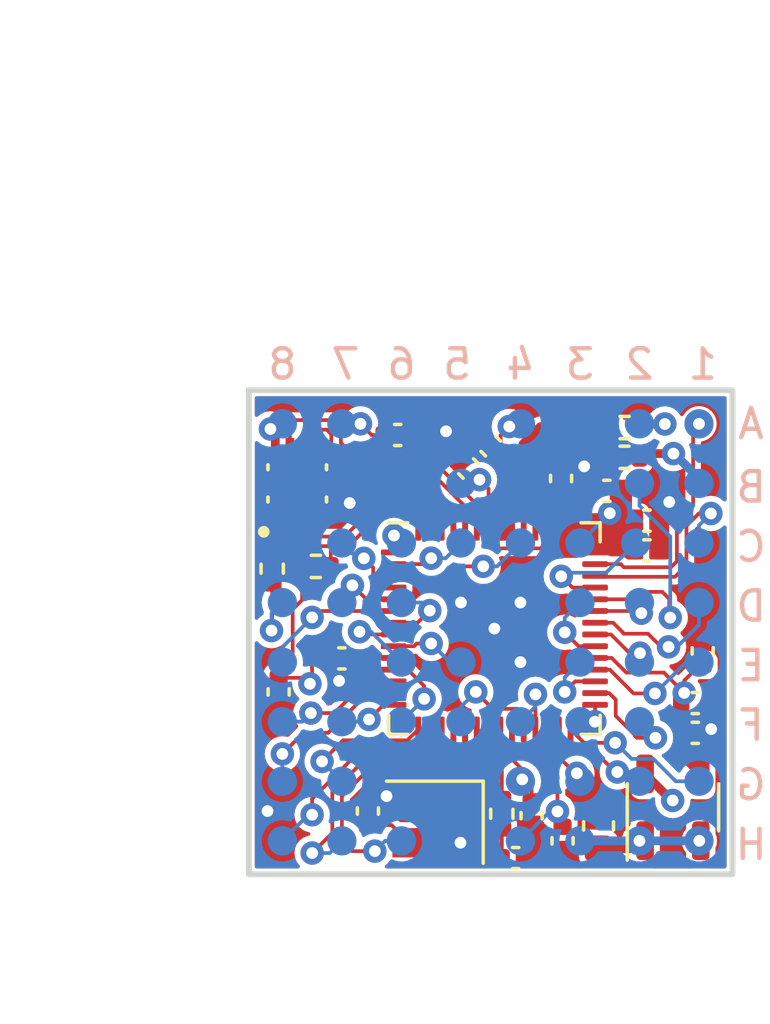
<source format=kicad_pcb>
(kicad_pcb (version 20211014) (generator pcbnew)
  (layers (0 "F.Cu" signal) (1 "In1.Cu" signal) (2 "In2.Cu" signal) (31 "B.Cu" signal) (34 "B.Paste" user) (35 "F.Paste" user) (36 "B.SilkS" user "B.Silkscreen") (37 "F.SilkS" user "F.Silkscreen") (38 "B.Mask" user) (39 "F.Mask" user) (44 "Edge.Cuts" user))
  (net 0 "")
  (net 1 "/XIN")
  (net 2 "GND")
  (net 3 "Net-(C2-Pad1)")
  (net 4 "/+5V")
  (net 5 "+3V3")
  (net 6 "+1V1")
  (net 7 "/~{USB_BOOT}")
  (net 8 "/RUN")
  (net 9 "/SWCLK")
  (net 10 "/SWD")
  (net 11 "/GPIO0")
  (net 12 "/GPIO1")
  (net 13 "/GPIO2")
  (net 14 "/GPIO3")
  (net 15 "/GPIO4")
  (net 16 "/GPIO5")
  (net 17 "/GPIO6")
  (net 18 "/GPIO7")
  (net 19 "/GPIO8")
  (net 20 "/GPIO9")
  (net 21 "/GPIO10")
  (net 22 "/GPIO11")
  (net 23 "/GPIO12")
  (net 24 "/GPIO13")
  (net 25 "/GPIO14")
  (net 26 "/GPIO15")
  (net 27 "/GPIO16")
  (net 28 "/GPIO17")
  (net 29 "/GPIO18")
  (net 30 "/GPIO19")
  (net 31 "/GPIO20")
  (net 32 "/GPIO21")
  (net 33 "/GPIO22")
  (net 34 "/GPIO23")
  (net 35 "/GPIO24")
  (net 36 "/GPIO25")
  (net 37 "/GPIO26_ADC0")
  (net 38 "/GPIO27_ADC1")
  (net 39 "/GPIO28_ADC2")
  (net 40 "/GPIO29_ADC3")
  (net 41 "/USB_D+")
  (net 42 "/USB_D-")
  (net 43 "/QSPI_SS")
  (net 44 "/XOUT")
  (net 45 "/QSPI_SD2")
  (net 46 "/QSPI_SD1")
  (net 47 "/QSPI_SD3")
  (net 48 "/QSPI_SCLK")
  (net 49 "/QSPI_SD0")
  (net 51 "Net-(C4-Pad1)")
  (net 52 "/D+")
  (net 53 "/D-")
  (footprint "Capacitor_SMD:C_0402_1005Metric" (layer "F.Cu") (at 84.328 61.214 135)
    (fp_text reference "C12" hide)
    (fp_text value "100n")
  )
  (footprint "Resistor_SMD:R_0402_1005Metric" (layer "F.Cu") (at 78.358999 65.315633)
    (fp_text reference "R2" hide)
    (fp_text value "DNF")
  )
  (footprint "Capacitor_SMD:C_0402_1005Metric" (layer "F.Cu") (at 77.089 69.596 -90)
    (fp_text reference "C13" hide)
    (fp_text value "100n")
  )
  (footprint "Resistor_SMD:R_0402_1005Metric" (layer "F.Cu") (at 76.869593 65.393468 -90)
    (fp_text reference "R1" hide)
    (fp_text value "1k")
  )
  (footprint "Capacitor_SMD:C_0402_1005Metric" (layer "F.Cu") (at 88.293 62.738 180)
    (fp_text reference "C11" hide)
    (fp_text value "1u")
  )
  (footprint "Capacitor_SMD:C_0402_1005Metric" (layer "F.Cu") (at 86.731618 62.316954 90)
    (fp_text reference "C9" hide)
    (fp_text value "1u")
  )
  (footprint "Package_TO_SOT_SMD:SOT-23-5" (layer "F.Cu") (at 90.551 73.533 90)
    (fp_text reference "U1" hide)
    (fp_text value "MIC5205-3.3YM5")
  )
  (footprint "Capacitor_SMD:C_0402_1005Metric" (layer "F.Cu") (at 89.662 63.754)
    (fp_text reference "C10" hide)
    (fp_text value "100n")
  )
  (footprint "Capacitor_SMD:C_0402_1005Metric" (layer "F.Cu") (at 91.567 68.199 90)
    (fp_text reference "C16" hide)
    (fp_text value "100n")
  )
  (footprint "Capacitor_SMD:C_0402_1005Metric" (layer "F.Cu") (at 85.725 73.815 -90)
    (fp_text reference "C15" hide)
    (fp_text value "100n")
  )
  (footprint "Capacitor_SMD:C_0402_1005Metric" (layer "F.Cu") (at 79.248 68.453 180)
    (fp_text reference "C14" hide)
    (fp_text value "100n")
  )
  (footprint "Capacitor_SMD:C_0402_1005Metric" (layer "F.Cu") (at 80.137 73.66 90)
    (fp_text reference "C1" hide)
    (fp_text value "18p")
  )
  (footprint "Crystal:Crystal_SMD_2520-4Pin_2.5x2.0mm" (layer "F.Cu") (at 82.423 74.041 180)
    (fp_text reference "Y1" hide)
    (fp_text value "ECS-120-12-36-AGN-TR3")
  )
  (footprint "Capacitor_SMD:C_0402_1005Metric" (layer "F.Cu") (at 89.662 64.77)
    (fp_text reference "C17" hide)
    (fp_text value "100n")
  )
  (footprint "Capacitor_SMD:C_0402_1005Metric" (layer "F.Cu") (at 91.313 70.993)
    (fp_text reference "C4" hide)
    (fp_text value "470p")
  )
  (footprint "RP2040:RP2040-QFN-56" (layer "F.Cu") (at 84.455 67.437)
    (fp_text reference "U3" hide)
    (fp_text value "RP2040")
  )
  (footprint "Resistor_SMD:R_0402_1005Metric" (layer "F.Cu") (at 84.709 73.753 -90)
    (fp_text reference "R3" hide)
    (fp_text value "1k")
  )
  (footprint "Capacitor_SMD:C_0402_1005Metric" (layer "F.Cu") (at 91.313 69.977)
    (fp_text reference "C5" hide)
    (fp_text value "10u")
  )
  (footprint "Capacitor_SMD:C_0402_1005Metric" (layer "F.Cu") (at 86.78265 74.676 -90)
    (fp_text reference "C7" hide)
    (fp_text value "100n")
  )
  (footprint "Capacitor_SMD:C_0603_1608Metric" (layer "F.Cu") (at 88.011 74.168 90)
    (fp_text reference "C3" hide)
    (fp_text value "10u")
  )
  (footprint "Resistor_SMD:R_0402_1005Metric" (layer "F.Cu") (at 88.9 61.595 180)
    (fp_text reference "R5" hide)
    (fp_text value "27")
  )
  (footprint "Capacitor_SMD:C_0402_1005Metric" (layer "F.Cu") (at 85.180939 75.26389)
    (fp_text reference "C2" hide)
    (fp_text value "18p")
  )
  (footprint "Resistor_SMD:R_0402_1005Metric" (layer "F.Cu") (at 88.9 60.579 180)
    (fp_text reference "R4" hide)
    (fp_text value "27")
  )
  (footprint "Capacitor_SMD:C_0402_1005Metric" (layer "F.Cu") (at 81.153 60.833)
    (fp_text reference "C6" hide)
    (fp_text value "100n")
  )
  (footprint "Capacitor_SMD:C_0402_1005Metric" (layer "F.Cu") (at 83.566 61.976 135)
    (fp_text reference "C8" hide)
    (fp_text value "100n")
  )
  (footprint "W25Q16JVUXIQ_TR:IC_W25Q16JVUXIQ_TR" (layer "F.Cu") (at 77.724 62.484 90)
    (fp_text reference "U2" hide)
    (fp_text value "W25Q16JVUXIQ_TR")
  )
  (footprint "BGA_PAD:BGA_PAD" (layer "B.Cu") (at 77.216 60.452 180)
    (fp_text reference "J23" hide)
    (fp_text value "Conn_01x01_Female" hide)
  )
  (footprint "BGA_PAD:BGA_PAD" (layer "B.Cu") (at 81.28 70.612 180)
    (fp_text reference "J41" hide)
    (fp_text value "Conn_01x01_Female" hide)
  )
  (footprint "BGA_PAD:BGA_PAD" (layer "B.Cu") (at 85.344 66.548 180)
    (fp_text reference "J9" hide)
    (fp_text value "Conn_01x01_Female" hide)
  )
  (footprint "BGA_PAD:BGA_PAD" (layer "B.Cu") (at 89.408 60.452 180)
    (fp_text reference "J63" hide)
    (fp_text value "Conn_01x01_Female" hide)
  )
  (footprint "BGA_PAD:BGA_PAD" (layer "B.Cu") (at 79.248 74.676 180)
    (fp_text reference "J47" hide)
    (fp_text value "Conn_01x01_Female" hide)
  )
  (footprint "BGA_PAD:BGA_PAD" (layer "B.Cu") (at 91.44 62.484 180)
    (fp_text reference "J64" hide)
    (fp_text value "Conn_01x01_Female" hide)
  )
  (footprint "BGA_PAD:BGA_PAD" (layer "B.Cu") (at 77.216 66.548 180)
    (fp_text reference "J1" hide)
    (fp_text value "Conn_01x01_Female" hide)
  )
  (footprint "BGA_PAD:BGA_PAD" (layer "B.Cu") (at 77.216 72.644 180)
    (fp_text reference "J43" hide)
    (fp_text value "Conn_01x01_Female" hide)
  )
  (footprint "BGA_PAD:BGA_PAD" (layer "B.Cu") (at 91.44 70.612 180)
    (fp_text reference "J21" hide)
    (fp_text value "Conn_01x01_Female" hide)
  )
  (footprint "BGA_PAD:BGA_PAD" (layer "B.Cu") (at 87.376 66.548 180)
    (fp_text reference "J55" hide)
    (fp_text value "Conn_01x01_Female" hide)
  )
  (footprint "BGA_PAD:BGA_PAD" (layer "B.Cu") (at 91.44 64.516 180)
    (fp_text reference "J61" hide)
    (fp_text value "Conn_01x01_Female" hide)
  )
  (footprint "BGA_PAD:BGA_PAD" (layer "B.Cu") (at 87.376 60.452 180)
    (fp_text reference "J14" hide)
    (fp_text value "Conn_01x01_Female" hide)
  )
  (footprint "BGA_PAD:BGA_PAD" (layer "B.Cu") (at 83.312 68.58 180)
    (fp_text reference "J40" hide)
    (fp_text value "Conn_01x01_Female" hide)
  )
  (footprint "BGA_PAD:BGA_PAD" (layer "B.Cu") (at 79.248 66.548 180)
    (fp_text reference "J36" hide)
    (fp_text value "Conn_01x01_Female" hide)
  )
  (footprint "BGA_PAD:BGA_PAD" (layer "B.Cu") (at 77.216 62.484 180)
    (fp_text reference "J20" hide)
    (fp_text value "Conn_01x01_Female" hide)
  )
  (footprint "BGA_PAD:BGA_PAD" (layer "B.Cu") (at 77.216 74.676 180)
    (fp_text reference "J46" hide)
    (fp_text value "Conn_01x01_Female" hide)
  )
  (footprint "BGA_PAD:BGA_PAD" (layer "B.Cu") (at 87.376 70.612 180)
    (fp_text reference "J51" hide)
    (fp_text value "Conn_01x01_Female" hide)
  )
  (footprint "BGA_PAD:BGA_PAD" (layer "B.Cu") (at 81.28 60.452 180)
    (fp_text reference "J12" hide)
    (fp_text value "Conn_01x01_Female" hide)
  )
  (footprint "BGA_PAD:BGA_PAD" (layer "B.Cu") (at 77.216 70.612 180)
    (fp_text reference "J42" hide)
    (fp_text value "Conn_01x01_Female" hide)
  )
  (footprint "BGA_PAD:BGA_PAD" (layer "B.Cu") (at 79.248 62.484 180)
    (fp_text reference "J19" hide)
    (fp_text value "Conn_01x01_Female" hide)
  )
  (footprint "BGA_PAD:BGA_PAD" (layer "B.Cu") (at 83.312 64.516 180)
    (fp_text reference "J33" hide)
    (fp_text value "Conn_01x01_Female" hide)
  )
  (footprint "BGA_PAD:BGA_PAD" (layer "B.Cu") (at 83.312 62.484 180)
    (fp_text reference "J15" hide)
    (fp_text value "Conn_01x01_Female" hide)
  )
  (footprint "BGA_PAD:BGA_PAD" (layer "B.Cu") (at 79.248 60.452 180)
    (fp_text reference "J24" hide)
    (fp_text value "Conn_01x01_Female" hide)
  )
  (footprint "BGA_PAD:BGA_PAD" (layer "B.Cu") (at 87.376 62.484 180)
    (fp_text reference "J2" hide)
    (fp_text value "Conn_01x01_Female" hide)
  )
  (footprint "BGA_PAD:BGA_PAD" (layer "B.Cu") (at 87.376 64.516 180)
    (fp_text reference "J27" hide)
    (fp_text value "Conn_01x01_Female" hide)
  )
  (footprint "BGA_PAD:BGA_PAD" (layer "B.Cu") (at 89.408 74.676 180)
    (fp_text reference "J4" hide)
    (fp_text value "Conn_01x01_Female" hide)
  )
  (footprint "BGA_PAD:BGA_PAD" (layer "B.Cu") (at 89.281 64.516 180)
    (fp_text reference "J60" hide)
    (fp_text value "Conn_01x01_Female" hide)
  )
  (footprint "BGA_PAD:BGA_PAD" (layer "B.Cu") (at 87.376 72.644 180)
    (fp_text reference "J29" hide)
    (fp_text value "Conn_01x01_Female" hide)
  )
  (footprint "BGA_PAD:BGA_PAD" (layer "B.Cu") (at 91.44 68.58 180)
    (fp_text reference "J54" hide)
    (fp_text value "Conn_01x01_Female" hide)
  )
  (footprint "BGA_PAD:BGA_PAD" (layer "B.Cu") (at 83.312 72.644 180)
    (fp_text reference "J13" hide)
    (fp_text value "Conn_01x01_Female" hide)
  )
  (footprint "BGA_PAD:BGA_PAD" (layer "B.Cu") (at 83.312 74.676 180)
    (fp_text reference "J10" hide)
    (fp_text value "Conn_01x01_Female" hide)
  )
  (footprint "BGA_PAD:BGA_PAD" (layer "B.Cu") (at 79.248 64.516 180)
    (fp_text reference "J35" hide)
    (fp_text value "Conn_01x01_Female" hide)
  )
  (footprint "BGA_PAD:BGA_PAD" (layer "B.Cu") (at 89.408 72.644 180)
    (fp_text reference "J49" hide)
    (fp_text value "Conn_01x01_Female" hide)
  )
  (footprint "BGA_PAD:BGA_PAD" (layer "B.Cu") (at 81.28 68.58 180)
    (fp_text reference "J39" hide)
    (fp_text value "Conn_01x01_Female" hide)
  )
  (footprint "BGA_PAD:BGA_PAD" (layer "B.Cu") (at 83.312 70.612 180)
    (fp_text reference "J30" hide)
    (fp_text value "Conn_01x01_Female" hide)
  )
  (footprint "BGA_PAD:BGA_PAD" (layer "B.Cu") (at 79.248 72.644 180)
    (fp_text reference "J45" hide)
    (fp_text value "Conn_01x01_Female" hide)
  )
  (footprint "BGA_PAD:BGA_PAD" (layer "B.Cu") (at 85.344 68.58 180)
    (fp_text reference "J17" hide)
    (fp_text value "Conn_01x01_Female" hide)
  )
  (footprint "BGA_PAD:BGA_PAD" (layer "B.Cu") (at 77.216 68.58 180)
    (fp_text reference "J37" hide)
    (fp_text value "Conn_01x01_Female" hide)
  )
  (footprint "BGA_PAD:BGA_PAD" (layer "B.Cu") (at 81.28 64.516 180)
    (fp_text reference "J26" hide)
    (fp_text value "Conn_01x01_Female" hide)
  )
  (footprint "BGA_PAD:BGA_PAD" (layer "B.Cu") (at 83.312 66.548 180)
    (fp_text reference "J11" hide)
    (fp_text value "Conn_01x01_Female" hide)
  )
  (footprint "BGA_PAD:BGA_PAD" (layer "B.Cu") (at 91.44 66.548 180)
    (fp_text reference "J57" hide)
    (fp_text value "Conn_01x01_Female" hide)
  )
  (footprint "BGA_PAD:BGA_PAD" (layer "B.Cu") (at 85.344 72.644 180)
    (fp_text reference "J25" hide)
    (fp_text value "Conn_01x01_Female" hide)
  )
  (footprint "BGA_PAD:BGA_PAD" (layer "B.Cu") (at 77.216 64.516 180)
    (fp_text reference "J7" hide)
    (fp_text value "Conn_01x01_Female" hide)
  )
  (footprint "BGA_PAD:BGA_PAD" (layer "B.Cu") (at 87.376 68.58 180)
    (fp_text reference "J53" hide)
    (fp_text value "Conn_01x01_Female" hide)
  )
  (footprint "BGA_PAD:BGA_PAD" (layer "B.Cu") (at 81.28 72.644 180)
    (fp_text reference "J6" hide)
    (fp_text value "Conn_01x01_Female" hide)
  )
  (footprint "BGA_PAD:BGA_PAD" (layer "B.Cu") (at 81.28 62.484 180)
    (fp_text reference "J18" hide)
    (fp_text value "Conn_01x01_Female" hide)
  )
  (footprint "BGA_PAD:BGA_PAD" (layer "B.Cu") (at 87.376 74.676 180)
    (fp_text reference "J3" hide)
    (fp_text value "Conn_01x01_Female" hide)
  )
  (footprint "BGA_PAD:BGA_PAD" (layer "B.Cu") (at 85.344 62.484 180)
    (fp_text reference "J16" hide)
    (fp_text value "Conn_01x01_Female" hide)
  )
  (footprint "BGA_PAD:BGA_PAD" (layer "B.Cu") (at 83.312 60.452 180)
    (fp_text reference "J8" hide)
    (fp_text value "Conn_01x01_Female" hide)
  )
  (footprint "BGA_PAD:BGA_PAD" (layer "B.Cu") (at 85.344 60.452 180)
    (fp_text reference "J28" hide)
    (fp_text value "Conn_01x01_Female" hide)
  )
  (footprint "BGA_PAD:BGA_PAD" (layer "B.Cu") (at 85.344 74.676 180)
    (fp_text reference "J32" hide)
    (fp_text value "Conn_01x01_Female" hide)
  )
  (footprint "BGA_PAD:BGA_PAD" (layer "B.Cu") (at 91.44 72.644 180)
    (fp_text reference "J50" hide)
    (fp_text value "Conn_01x01_Female" hide)
  )
  (footprint "BGA_PAD:BGA_PAD" (layer "B.Cu") (at 89.408 68.58 180)
    (fp_text reference "J56" hide)
    (fp_text value "Conn_01x01_Female" hide)
  )
  (footprint "BGA_PAD:BGA_PAD" (layer "B.Cu") (at 85.344 64.516 180)
    (fp_text reference "J34" hide)
    (fp_text value "Conn_01x01_Female" hide)
  )
  (footprint "BGA_PAD:BGA_PAD" (layer "B.Cu") (at 79.248 70.612 180)
    (fp_text reference "J44" hide)
    (fp_text value "Conn_01x01_Female" hide)
  )
  (footprint "BGA_PAD:BGA_PAD" (layer "B.Cu") (at 79.248 68.58 180)
    (fp_text reference "J22" hide)
    (fp_text value "Conn_01x01_Female" hide)
  )
  (footprint "BGA_PAD:BGA_PAD" (layer "B.Cu") (at 89.408 62.484 180)
    (fp_text reference "J59" hide)
    (fp_text value "Conn_01x01_Female" hide)
  )
  (footprint "BGA_PAD:BGA_PAD" (layer "B.Cu") (at 81.28 66.548 180)
    (fp_text reference "J38" hide)
    (fp_text value "Conn_01x01_Female" hide)
  )
  (footprint "BGA_PAD:BGA_PAD" (layer "B.Cu") (at 85.344 70.612 180)
    (fp_text reference "J31" hide)
    (fp_text value "Conn_01x01_Female" hide)
  )
  (footprint "BGA_PAD:BGA_PAD" (layer "B.Cu") (at 89.408 66.548 180)
    (fp_text reference "J58" hide)
    (fp_text value "Conn_01x01_Female" hide)
  )
  (footprint "BGA_PAD:BGA_PAD" (layer "B.Cu") (at 91.44 74.676 180)
    (fp_text reference "J5" hide)
    (fp_text value "Conn_01x01_Female" hide)
  )
  (footprint "BGA_PAD:BGA_PAD" (layer "B.Cu") (at 89.408 70.612 180)
    (fp_text reference "J52" hide)
    (fp_text value "Conn_01x01_Female" hide)
  )
  (footprint "BGA_PAD:BGA_PAD" (layer "B.Cu") (at 81.28 74.676 180)
    (fp_text reference "J48" hide)
    (fp_text value "Conn_01x01_Female" hide)
  )
  (footprint "BGA_PAD:BGA_PAD" (layer "B.Cu") (at 91.44 60.452 180)
    (fp_text reference "J62" hide)
    (fp_text value "Conn_01x01_Female" hide)
  )
  (gr_rect (start 76.073 59.309) (end 92.583 75.819) (layer "Edge.Cuts") (width 0.2) (fill none))
  (gr_text "4" (at 85.344 58.42) (layer "B.SilkS") (effects (font (size 1 1)) (justify mirror)))
  (gr_text "G" (at 93.218 72.771) (layer "B.SilkS") (effects (font (size 1 1)) (justify mirror)))
  (gr_text "8" (at 77.216 58.42) (layer "B.SilkS") (effects (font (size 1 1)) (justify mirror)))
  (gr_text "5" (at 83.185 58.42) (layer "B.SilkS") (effects (font (size 1 1)) (justify mirror)))
  (gr_text "3" (at 87.376 58.42) (layer "B.SilkS") (effects (font (size 1 1)) (justify mirror)))
  (gr_text "1" (at 91.567 58.42) (layer "B.SilkS") (effects (font (size 1 1)) (justify mirror)))
  (gr_text "C" (at 93.218 64.643) (layer "B.SilkS") (effects (font (size 1 1)) (justify mirror)))
  (gr_text "B" (at 93.218 62.611) (layer "B.SilkS") (effects (font (size 1 1)) (justify mirror)))
  (gr_text "F" (at 93.218 70.739) (layer "B.SilkS") (effects (font (size 1 1)) (justify mirror)))
  (gr_text "A" (at 93.218 60.452) (layer "B.SilkS") (effects (font (size 1 1)) (justify mirror)))
  (gr_text "D" (at 93.218 66.675) (layer "B.SilkS") (effects (font (size 1 1)) (justify mirror)))
  (gr_text "7" (at 79.375 58.42) (layer "B.SilkS") (effects (font (size 1 1)) (justify mirror)))
  (gr_text "6" (at 81.28 58.42) (layer "B.SilkS") (effects (font (size 1 1)) (justify mirror)))
  (gr_text "E" (at 93.218 68.707) (layer "B.SilkS") (effects (font (size 1 1)) (justify mirror)))
  (gr_text "2" (at 89.408 58.42) (layer "B.SilkS") (effects (font (size 1 1)) (justify mirror)))
  (gr_text "H" (at 93.218 74.803) (layer "B.SilkS") (effects (font (size 1 1)) (justify mirror)))
  (segment (start 80.947 74.14) (end 81.548 74.741) (width 0.127) (layer "F.Cu") (net 1))
  (segment (start 83.439 72.263) (end 83.82 71.882) (width 0.127) (layer "F.Cu") (net 1))
  (segment (start 82.423 72.700224) (end 82.860224 72.263) (width 0.127) (layer "F.Cu") (net 1))
  (segment (start 82.860224 72.263) (end 83.439 72.263) (width 0.127) (layer "F.Cu") (net 1))
  (segment (start 83.82 70.9095) (end 83.855 70.8745) (width 0.127) (layer "F.Cu") (net 1))
  (segment (start 83.82 71.882) (end 83.82 70.9095) (width 0.127) (layer "F.Cu") (net 1))
  (segment (start 82.423 74.168) (end 82.423 72.700224) (width 0.127) (layer "F.Cu") (net 1))
  (segment (start 81.548 74.741) (end 81.85 74.741) (width 0.127) (layer "F.Cu") (net 1))
  (segment (start 81.85 74.741) (end 82.423 74.168) (width 0.127) (layer "F.Cu") (net 1))
  (segment (start 80.264 74.14) (end 80.947 74.14) (width 0.127) (layer "F.Cu") (net 1))
  (segment (start 87.813 62.738) (end 87.813 62.195888) (width 0.127) (layer "F.Cu") (net 2))
  (segment (start 81.548 73.341) (end 80.961 73.341) (width 0.127) (layer "F.Cu") (net 2))
  (segment (start 87.813 62.195888) (end 87.520612 61.9035) (width 0.127) (layer "F.Cu") (net 2))
  (segment (start 81.633 60.833) (end 82.677 60.833) (width 0.127) (layer "F.Cu") (net 2))
  (segment (start 91.8565 70.866) (end 91.8565 70.0405) (width 0.3) (layer "F.Cu") (net 2))
  (segment (start 91.8565 70.0405) (end 91.793 69.977) (width 0.3) (layer "F.Cu") (net 2))
  (segment (start 82.677 60.833) (end 82.804 60.706) (width 0.127) (layer "F.Cu") (net 2))
  (segment (start 80.961 73.341) (end 80.772 73.152) (width 0.127) (layer "F.Cu") (net 2))
  (via (at 80.772 73.152) (size 0.8) (drill 0.4) (layers "F.Cu" "B.Cu") (net 2))
  (via (at 84.455 67.437) (size 0.8) (drill 0.4) (layers "F.Cu" "B.Cu") (net 2))
  (via (at 91.8565 70.866) (size 0.8) (drill 0.4) (layers "F.Cu" "B.Cu") (net 2))
  (via (at 83.312 66.548) (size 0.8) (drill 0.4) (layers "F.Cu" "B.Cu") (net 2))
  (via (at 83.298 74.741) (size 0.8) (drill 0.4) (layers "F.Cu" "B.Cu") (net 2))
  (via (at 85.344 66.548) (size 0.8) (drill 0.4) (layers "F.Cu" "B.Cu") (net 2))
  (via (at 79.515562 63.154062) (size 0.8) (drill 0.4) (layers "F.Cu" "B.Cu") (net 2))
  (via (at 82.804 60.706) (size 0.8) (drill 0.4) (layers "F.Cu" "B.Cu") (net 2))
  (via (at 87.520612 61.9035) (size 0.8) (drill 0.4) (layers "F.Cu" "B.Cu") (net 2))
  (via (at 76.708 73.66) (size 0.8) (drill 0.4) (layers "F.Cu" "B.Cu") (net 2))
  (via (at 90.424 63.119) (size 0.8) (drill 0.4) (layers "F.Cu" "B.Cu") (net 2))
  (via (at 79.151521 69.219949) (size 0.8) (drill 0.4) (layers "F.Cu" "B.Cu") (net 2))
  (via (at 85.344 68.58) (size 0.8) (drill 0.4) (layers "F.Cu" "B.Cu") (net 2))
  (segment (start 83.312 74.676) (end 83.312 74.727) (width 0.127) (layer "B.Cu") (net 2))
  (segment (start 83.312 66.548) (end 84.201 67.437) (width 0.127) (layer "B.Cu") (net 2))
  (segment (start 84.201 67.437) (end 84.455 67.437) (width 0.127) (layer "B.Cu") (net 2))
  (segment (start 83.312 74.727) (end 83.298 74.741) (width 0.127) (layer "B.Cu") (net 2))
  (segment (start 84.709 75.255829) (end 84.700939 75.26389) (width 0.127) (layer "F.Cu") (net 3))
  (segment (start 84.709 74.263) (end 84.709 75.255829) (width 0.127) (layer "F.Cu") (net 3))
  (segment (start 83.787 73.341) (end 83.298 73.341) (width 0.127) (layer "F.Cu") (net 3))
  (segment (start 84.709 74.263) (end 83.787 73.341) (width 0.127) (layer "F.Cu") (net 3))
  (segment (start 89.4135 74.6705) (end 89.408 74.676) (width 0.3) (layer "F.Cu") (net 4))
  (segment (start 91.456 74.6705) (end 91.4505 74.676) (width 0.3) (layer "F.Cu") (net 4))
  (segment (start 89.601 74.6705) (end 89.4135 74.6705) (width 0.3) (layer "F.Cu") (net 4))
  (segment (start 88.011 74.943) (end 89.141 74.943) (width 0.3) (layer "F.Cu") (net 4))
  (segment (start 91.501 74.6705) (end 91.456 74.6705) (width 0.3) (layer "F.Cu") (net 4))
  (segment (start 89.141 74.943) (end 89.408 74.676) (width 0.3) (layer "F.Cu") (net 4))
  (via (at 89.408 74.676) (size 0.8) (drill 0.4) (layers "F.Cu" "B.Cu") (net 4))
  (via (at 91.4505 74.676) (size 0.8) (drill 0.4) (layers "F.Cu" "B.Cu") (net 4))
  (segment (start 87.376 74.676) (end 91.44 74.676) (width 0.3) (layer "B.Cu") (net 4))
  (segment (start 77.889835 66.459834) (end 77.889835 65.356469) (width 0.127) (layer "F.Cu") (net 5))
  (segment (start 84.655 70.8745) (end 84.655 71.492552) (width 0.127) (layer "F.Cu") (net 5))
  (segment (start 81.0175 68.437) (end 79.744 68.437) (width 0.127) (layer "F.Cu") (net 5))
  (segment (start 81.0175 64.2705) (end 81.026 64.262) (width 0.127) (layer "F.Cu") (net 5))
  (segment (start 77.089 69.116) (end 77.089 68.999835) (width 0.127) (layer "F.Cu") (net 5))
  (segment (start 77.5685 66.781169) (end 77.889835 66.459834) (width 0.127) (layer "F.Cu") (net 5))
  (segment (start 87.895983 63.9995) (end 88.393483 63.502) (width 0.127) (layer "F.Cu") (net 5))
  (segment (start 78.460865 67.8795) (end 79.1545 67.8795) (width 0.127) (layer "F.Cu") (net 5))
  (segment (start 77.5685 68.520335) (end 77.5685 66.781169) (width 0.127) (layer "F.Cu") (net 5))
  (segment (start 90.24335 68.937898) (end 88.958346 68.937898) (width 0.127) (layer "F.Cu") (net 5))
  (segment (start 85.725 72.900381) (end 85.405355 72.580736) (width 0.127) (layer "F.Cu") (net 5))
  (segment (start 88.457448 68.437) (end 87.8925 68.437) (width 0.127) (layer "F.Cu") (net 5))
  (segment (start 79.744 68.437) (end 79.728 68.453) (width 0.127) (layer "F.Cu") (net 5))
  (segment (start 88.958346 68.937898) (end 88.457448 68.437) (width 0.127) (layer "F.Cu") (net 5))
  (segment (start 78.232 68.797635) (end 78.2245 68.790135) (width 0.127) (layer "F.Cu") (net 5))
  (segment (start 90.50436 73.29886) (end 89.601 72.3955) (width 0.3) (layer "F.Cu") (net 5))
  (segment (start 77.089 68.999835) (end 77.5685 68.520335) (width 0.127) (layer "F.Cu") (net 5))
  (segment (start 80.673 60.833) (end 80.264 60.833) (width 0.127) (layer "F.Cu") (net 5))
  (segment (start 90.935085 69.211915) (end 91.468 68.679) (width 0.127) (layer "F.Cu") (net 5))
  (segment (start 77.889835 65.356469) (end 77.848999 65.315633) (width 0.127) (layer "F.Cu") (net 5))
  (segment (start 84.667411 61.553411) (end 84.667411 60.839089) (width 0.127) (layer "F.Cu") (net 5))
  (segment (start 84.667411 60.839089) (end 84.963 60.5435) (width 0.127) (layer "F.Cu") (net 5))
  (segment (start 85.725 73.335) (end 85.725 72.900381) (width 0.127) (layer "F.Cu") (net 5))
  (segment (start 78.232 69.24387) (end 78.232 68.797635) (width 0.127) (layer "F.Cu") (net 5))
  (segment (start 90.935085 69.629633) (end 90.24335 68.937898) (width 0.127) (layer "F.Cu") (net 5))
  (segment (start 80.264 60.833) (end 79.883 60.452) (width 0.127) (layer "F.Cu") (net 5))
  (segment (start 78.2245 68.790135) (end 78.2245 68.115865) (width 0.127) (layer "F.Cu") (net 5))
  (segment (start 78.2245 68.115865) (end 78.460865 67.8795) (width 0.127) (layer "F.Cu") (net 5))
  (segment (start 85.405355 72.242907) (end 85.405355 72.580736) (width 0.127) (layer "F.Cu") (net 5))
  (segment (start 78.156932 69.318938) (end 77.953994 69.116) (width 0.127) (layer "F.Cu") (net 5))
  (segment (start 90.542801 73.29886) (end 90.50436 73.29886) (width 0.3) (layer "F.Cu") (net 5))
  (segment (start 90.935085 69.629633) (end 90.935085 69.211915) (width 0.127) (layer "F.Cu") (net 5))
  (segment (start 78.156932 69.318938) (end 78.232 69.24387) (width 0.127) (layer "F.Cu") (net 5))
  (segment (start 81.0175 64.837) (end 81.0175 64.2705) (width 0.127) (layer "F.Cu") (net 5))
  (segment (start 87.055 63.9995) (end 87.895983 63.9995) (width 0.127) (layer "F.Cu") (net 5))
  (segment (start 77.953994 69.116) (end 77.089 69.116) (width 0.127) (layer "F.Cu") (net 5))
  (segment (start 84.655 71.492552) (end 85.405355 72.242907) (width 0.127) (layer "F.Cu") (net 5))
  (segment (start 79.1545 67.8795) (end 79.728 68.453) (width 0.127) (layer "F.Cu") (net 5))
  (via (at 90.542801 73.29886) (size 0.8) (drill 0.4) (layers "F.Cu" "B.Cu") (net 5))
  (via (at 78.156932 69.318938) (size 0.8) (drill 0.4) (layers "F.Cu" "B.Cu") (net 5))
  (via (at 85.405355 72.580736) (size 0.8) (drill 0.4) (layers "F.Cu" "B.Cu") (net 5))
  (via (at 88.393483 63.502) (size 0.8) (drill 0.4) (layers "F.Cu" "B.Cu") (net 5))
  (via (at 90.935085 69.629633) (size 0.8) (drill 0.4) (layers "F.Cu" "B.Cu") (net 5))
  (via (at 81.026 64.262) (size 0.8) (drill 0.4) (layers "F.Cu" "B.Cu") (net 5))
  (via (at 79.883 60.452) (size 0.8) (drill 0.4) (layers "F.Cu" "B.Cu") (net 5))
  (via (at 76.808588 60.627809) (size 0.8) (drill 0.4) (layers "F.Cu" "B.Cu") (net 5))
  (via (at 84.963 60.5435) (size 0.8) (drill 0.4) (layers "F.Cu" "B.Cu") (net 5))
  (segment (start 87.376 64.516) (end 88.39 63.502) (width 0.127) (layer "B.Cu") (net 5))
  (segment (start 88.39 63.502) (end 88.393483 63.502) (width 0.127) (layer "B.Cu") (net 5))
  (segment (start 85.471 71.628) (end 86.607387 72.764387) (width 0.127) (layer "F.Cu") (net 6))
  (segment (start 86.731618 62.796954) (end 86.731618 63.012515) (width 0.127) (layer "F.Cu") (net 6))
  (segment (start 84.255 62.665) (end 83.905411 62.315411) (width 0.127) (layer "F.Cu") (net 6))
  (segment (start 84.255 63.9995) (end 84.255 62.665) (width 0.127) (layer "F.Cu") (net 6))
  (segment (start 86.78265 74.196) (end 86.78265 73.848672) (width 0.127) (layer "F.Cu") (net 6))
  (segment (start 84.475144 64.7005) (end 84.255 64.480356) (width 0.127) (layer "F.Cu") (net 6))
  (segment (start 86.255 63.9995) (end 86.255 64.480356) (width 0.127) (layer "F.Cu") (net 6))
  (segment (start 86.306 63.508448) (end 86.255 63.559448) (width 0.127) (layer "F.Cu") (net 6))
  (segment (start 86.78265 73.848672) (end 86.607387 73.673409) (width 0.127) (layer "F.Cu") (net 6))
  (segment (start 86.731618 63.012515) (end 86.306 63.438133) (width 0.127) (layer "F.Cu") (net 6))
  (segment (start 85.055 71.355356) (end 85.327644 71.628) (width 0.127) (layer "F.Cu") (net 6))
  (segment (start 86.034856 64.7005) (end 84.475144 64.7005) (width 0.127) (layer "F.Cu") (net 6))
  (segment (start 85.055 70.8745) (end 85.055 71.355356) (width 0.127) (layer "F.Cu") (net 6))
  (segment (start 84.255 64.480356) (end 84.255 63.9995) (width 0.127) (layer "F.Cu") (net 6))
  (segment (start 86.255 64.480356) (end 86.034856 64.7005) (width 0.127) (layer "F.Cu") (net 6))
  (segment (start 86.255 63.559448) (end 86.255 63.9995) (width 0.127) (layer "F.Cu") (net 6))
  (segment (start 85.327644 71.628) (end 85.471 71.628) (width 0.127) (layer "F.Cu") (net 6))
  (segment (start 86.607387 72.764387) (end 86.607387 73.673409) (width 0.127) (layer "F.Cu") (net 6))
  (segment (start 86.306 63.438133) (end 86.306 63.508448) (width 0.127) (layer "F.Cu") (net 6))
  (via (at 86.607387 73.673409) (size 0.8) (drill 0.4) (layers "F.Cu" "B.Cu") (net 6))
  (via (at 83.947 62.357) (size 0.8) (drill 0.4) (layers "F.Cu" "B.Cu") (net 6))
  (segment (start 85.344 74.676) (end 86.346591 73.673409) (width 0.127) (layer "B.Cu") (net 6))
  (segment (start 86.346591 73.673409) (end 86.607387 73.673409) (width 0.127) (layer "B.Cu") (net 6))
  (segment (start 76.869593 65.903468) (end 76.869593 67.480783) (width 0.127) (layer "F.Cu") (net 7))
  (segment (start 76.869593 67.480783) (end 76.845938 67.504438) (width 0.127) (layer "F.Cu") (net 7))
  (via (at 76.845938 67.504438) (size 0.8) (drill 0.4) (layers "F.Cu" "B.Cu") (net 7))
  (segment (start 76.845938 67.504438) (end 76.845938 66.918062) (width 0.127) (layer "B.Cu") (net 7))
  (segment (start 76.845938 66.918062) (end 77.216 66.548) (width 0.127) (layer "B.Cu") (net 7))
  (segment (start 86.255 71.417804) (end 86.255 70.8745) (width 0.127) (layer "F.Cu") (net 8))
  (segment (start 87.209375 72.372179) (end 86.255 71.417804) (width 0.127) (layer "F.Cu") (net 8))
  (segment (start 87.270387 72.372179) (end 87.209375 72.372179) (width 0.127) (layer "F.Cu") (net 8))
  (via (at 87.270387 72.372179) (size 0.8) (drill 0.4) (layers "F.Cu" "B.Cu") (net 8))
  (segment (start 87.270387 72.538387) (end 87.376 72.644) (width 0.127) (layer "B.Cu") (net 8))
  (segment (start 87.270387 72.372179) (end 87.270387 72.538387) (width 0.127) (layer "B.Cu") (net 8))
  (segment (start 84.3975 70.1735) (end 85.234856 70.1735) (width 0.127) (layer "F.Cu") (net 9))
  (segment (start 85.455 70.393644) (end 85.455 70.8745) (width 0.127) (layer "F.Cu") (net 9))
  (segment (start 83.82 69.596) (end 84.3975 70.1735) (width 0.127) (layer "F.Cu") (net 9))
  (segment (start 85.234856 70.1735) (end 85.455 70.393644) (width 0.127) (layer "F.Cu") (net 9))
  (via (at 83.82 69.596) (size 0.8) (drill 0.4) (layers "F.Cu" "B.Cu") (net 9))
  (segment (start 83.312 70.104) (end 83.312 70.612) (width 0.127) (layer "B.Cu") (net 9))
  (segment (start 83.82 69.596) (end 83.312 70.104) (width 0.127) (layer "B.Cu") (net 9))
  (segment (start 85.855 69.681602) (end 85.855 70.8745) (width 0.127) (layer "F.Cu") (net 10))
  (segment (start 85.857113 69.679489) (end 85.855 69.681602) (width 0.127) (layer "F.Cu") (net 10))
  (via (at 85.857113 69.679489) (size 0.8) (drill 0.4) (layers "F.Cu" "B.Cu") (net 10))
  (segment (start 85.857113 70.098887) (end 85.344 70.612) (width 0.127) (layer "B.Cu") (net 10))
  (segment (start 85.857113 69.679489) (end 85.857113 70.098887) (width 0.127) (layer "B.Cu") (net 10))
  (segment (start 81.0175 65.237) (end 81.902085 65.237) (width 0.127) (layer "F.Cu") (net 11))
  (segment (start 81.902085 65.237) (end 82.0955 65.237) (width 0.127) (layer "F.Cu") (net 11))
  (segment (start 82.0955 65.237) (end 82.296 65.0365) (width 0.127) (layer "F.Cu") (net 11))
  (via (at 82.296 65.0365) (size 0.8) (drill 0.4) (layers "F.Cu" "B.Cu") (net 11))
  (segment (start 82.296 65.0365) (end 82.7915 65.0365) (width 0.127) (layer "B.Cu") (net 11))
  (segment (start 82.7915 65.0365) (end 83.312 64.516) (width 0.127) (layer "B.Cu") (net 11))
  (segment (start 83.1275 65.3135) (end 84.074 65.3135) (width 0.127) (layer "F.Cu") (net 12))
  (segment (start 81.0175 65.637) (end 81.958169 65.637) (width 0.127) (layer "F.Cu") (net 12))
  (segment (start 82.741 65.7) (end 83.1275 65.3135) (width 0.127) (layer "F.Cu") (net 12))
  (segment (start 81.958169 65.637) (end 82.021169 65.7) (width 0.127) (layer "F.Cu") (net 12))
  (segment (start 82.021169 65.7) (end 82.741 65.7) (width 0.127) (layer "F.Cu") (net 12))
  (via (at 84.074 65.3135) (size 0.8) (drill 0.4) (layers "F.Cu" "B.Cu") (net 12))
  (segment (start 84.074 65.3135) (end 84.5465 65.3135) (width 0.127) (layer "B.Cu") (net 12))
  (segment (start 84.5465 65.3135) (end 85.344 64.516) (width 0.127) (layer "B.Cu") (net 12))
  (segment (start 80.536644 66.037) (end 81.0175 66.037) (width 0.127) (layer "F.Cu") (net 13))
  (segment (start 80.3165 65.359845) (end 80.3165 65.816856) (width 0.127) (layer "F.Cu") (net 13))
  (segment (start 79.996864 65.040209) (end 80.3165 65.359845) (width 0.127) (layer "F.Cu") (net 13))
  (segment (start 80.3165 65.816856) (end 80.536644 66.037) (width 0.127) (layer "F.Cu") (net 13))
  (via (at 79.996864 65.040209) (size 0.8) (drill 0.4) (layers "F.Cu" "B.Cu") (net 13))
  (segment (start 79.996864 65.040209) (end 79.772209 65.040209) (width 0.127) (layer "B.Cu") (net 13))
  (segment (start 79.772209 65.040209) (end 79.248 64.516) (width 0.127) (layer "B.Cu") (net 13))
  (segment (start 81.0175 66.437) (end 80.083705 66.437) (width 0.127) (layer "F.Cu") (net 14))
  (segment (start 80.083705 66.437) (end 79.607426 65.960721) (width 0.127) (layer "F.Cu") (net 14))
  (via (at 79.607426 65.960721) (size 0.8) (drill 0.4) (layers "F.Cu" "B.Cu") (net 14))
  (segment (start 79.607426 66.188574) (end 79.248 66.548) (width 0.127) (layer "B.Cu") (net 14))
  (segment (start 79.607426 65.960721) (end 79.607426 66.188574) (width 0.127) (layer "B.Cu") (net 14))
  (segment (start 78.451 66.837) (end 81.0175 66.837) (width 0.127) (layer "F.Cu") (net 15))
  (segment (start 78.232 67.056) (end 78.451 66.837) (width 0.127) (layer "F.Cu") (net 15))
  (via (at 78.232 67.056) (size 0.8) (drill 0.4) (layers "F.Cu" "B.Cu") (net 15))
  (segment (start 78.232 67.056) (end 77.216 68.072) (width 0.127) (layer "B.Cu") (net 15))
  (segment (start 77.216 68.072) (end 77.216 68.58) (width 0.127) (layer "B.Cu") (net 15))
  (segment (start 82.247631 66.823726) (end 81.834357 67.237) (width 0.127) (layer "F.Cu") (net 16))
  (segment (start 81.834357 67.237) (end 81.0175 67.237) (width 0.127) (layer "F.Cu") (net 16))
  (via (at 82.247631 66.823726) (size 0.8) (drill 0.4) (layers "F.Cu" "B.Cu") (net 16))
  (segment (start 82.247631 66.823726) (end 81.971905 66.548) (width 0.127) (layer "B.Cu") (net 16))
  (segment (start 81.971905 66.548) (end 81.28 66.548) (width 0.127) (layer "B.Cu") (net 16))
  (segment (start 79.850005 67.5435) (end 79.943505 67.637) (width 0.127) (layer "F.Cu") (net 17))
  (segment (start 79.943505 67.637) (end 81.0175 67.637) (width 0.127) (layer "F.Cu") (net 17))
  (via (at 79.850005 67.5435) (size 0.8) (drill 0.4) (layers "F.Cu" "B.Cu") (net 17))
  (segment (start 79.850005 67.5435) (end 80.2435 67.5435) (width 0.127) (layer "B.Cu") (net 17))
  (segment (start 80.2435 67.5435) (end 81.28 68.58) (width 0.127) (layer "B.Cu") (net 17))
  (segment (start 81.806701 67.945) (end 81.714701 68.037) (width 0.127) (layer "F.Cu") (net 18))
  (segment (start 82.296 67.945) (end 81.806701 67.945) (width 0.127) (layer "F.Cu") (net 18))
  (segment (start 81.714701 68.037) (end 81.0175 68.037) (width 0.127) (layer "F.Cu") (net 18))
  (via (at 82.296 67.945) (size 0.8) (drill 0.4) (layers "F.Cu" "B.Cu") (net 18))
  (segment (start 82.931 68.58) (end 83.312 68.58) (width 0.127) (layer "B.Cu") (net 18))
  (segment (start 82.296 67.945) (end 82.931 68.58) (width 0.127) (layer "B.Cu") (net 18))
  (segment (start 81.498356 68.837) (end 81.0175 68.837) (width 0.127) (layer "F.Cu") (net 19))
  (segment (start 82.055792 69.394436) (end 81.498356 68.837) (width 0.127) (layer "F.Cu") (net 19))
  (segment (start 82.055792 69.832864) (end 82.055792 69.394436) (width 0.127) (layer "F.Cu") (net 19))
  (via (at 82.055792 69.832864) (size 0.8) (drill 0.4) (layers "F.Cu" "B.Cu") (net 19))
  (segment (start 82.055792 69.836208) (end 81.28 70.612) (width 0.127) (layer "B.Cu") (net 19))
  (segment (start 82.055792 69.832864) (end 82.055792 69.836208) (width 0.127) (layer "B.Cu") (net 19))
  (segment (start 78.991861 70.31794) (end 80.072801 69.237) (width 0.127) (layer "F.Cu") (net 20))
  (segment (start 80.072801 69.237) (end 81.0175 69.237) (width 0.127) (layer "F.Cu") (net 20))
  (segment (start 78.18855 70.31794) (end 78.991861 70.31794) (width 0.127) (layer "F.Cu") (net 20))
  (via (at 78.18855 70.31794) (size 0.8) (drill 0.4) (layers "F.Cu" "B.Cu") (net 20))
  (segment (start 77.89449 70.612) (end 77.216 70.612) (width 0.127) (layer "B.Cu") (net 20))
  (segment (start 78.18855 70.31794) (end 77.89449 70.612) (width 0.127) (layer "B.Cu") (net 20))
  (segment (start 77.934503 70.993) (end 78.779249 70.993) (width 0.127) (layer "F.Cu") (net 21))
  (segment (start 78.779249 70.993) (end 80.135249 69.637) (width 0.127) (layer "F.Cu") (net 21))
  (segment (start 80.135249 69.637) (end 81.0175 69.637) (width 0.127) (layer "F.Cu") (net 21))
  (segment (start 77.216 71.711503) (end 77.934503 70.993) (width 0.127) (layer "F.Cu") (net 21))
  (via (at 77.216 71.711503) (size 0.8) (drill 0.4) (layers "F.Cu" "B.Cu") (net 21))
  (segment (start 77.216 71.711503) (end 77.216 72.644) (width 0.127) (layer "B.Cu") (net 21))
  (segment (start 80.672873 70.037) (end 81.0175 70.037) (width 0.127) (layer "F.Cu") (net 22))
  (segment (start 80.173547 70.536326) (end 80.672873 70.037) (width 0.127) (layer "F.Cu") (net 22))
  (via (at 80.173547 70.536326) (size 0.8) (drill 0.4) (layers "F.Cu" "B.Cu") (net 22))
  (segment (start 80.097873 70.612) (end 79.248 70.612) (width 0.127) (layer "B.Cu") (net 22))
  (segment (start 80.173547 70.536326) (end 80.097873 70.612) (width 0.127) (layer "B.Cu") (net 22))
  (segment (start 78.57074 71.96674) (end 79.29048 71.247) (width 0.127) (layer "F.Cu") (net 23))
  (segment (start 81.4825 71.247) (end 81.855 70.8745) (width 0.127) (layer "F.Cu") (net 23))
  (segment (start 79.29048 71.247) (end 81.4825 71.247) (width 0.127) (layer "F.Cu") (net 23))
  (via (at 78.57074 71.96674) (size 0.8) (drill 0.4) (layers "F.Cu" "B.Cu") (net 23))
  (segment (start 78.57074 71.96674) (end 79.248 72.644) (width 0.127) (layer "B.Cu") (net 23))
  (segment (start 81.619448 71.5755) (end 81.617948 71.574) (width 0.127) (layer "F.Cu") (net 24))
  (segment (start 78.232 73.243104) (end 78.232 73.787) (width 0.127) (layer "F.Cu") (net 24))
  (segment (start 82.16038 71.5755) (end 81.619448 71.5755) (width 0.127) (layer "F.Cu") (net 24))
  (segment (start 82.255 71.48088) (end 82.16038 71.5755) (width 0.127) (layer "F.Cu") (net 24))
  (segment (start 79.901104 71.574) (end 78.232 73.243104) (width 0.127) (layer "F.Cu") (net 24))
  (segment (start 81.617948 71.574) (end 79.901104 71.574) (width 0.127) (layer "F.Cu") (net 24))
  (segment (start 82.255 70.8745) (end 82.255 71.48088) (width 0.127) (layer "F.Cu") (net 24))
  (via (at 78.232 73.787) (size 0.8) (drill 0.4) (layers "F.Cu" "B.Cu") (net 24))
  (segment (start 78.232 73.787) (end 78.105 73.787) (width 0.127) (layer "B.Cu") (net 24))
  (segment (start 78.105 73.787) (end 77.216 74.676) (width 0.127) (layer "B.Cu") (net 24))
  (segment (start 80.036552 71.901) (end 81.4825 71.901) (width 0.127) (layer "F.Cu") (net 25))
  (segment (start 81.484 71.9025) (end 82.295828 71.9025) (width 0.127) (layer "F.Cu") (net 25))
  (segment (start 82.655 71.543328) (end 82.655 70.8745) (width 0.127) (layer "F.Cu") (net 25))
  (segment (start 81.4825 71.901) (end 81.484 71.9025) (width 0.127) (layer "F.Cu") (net 25))
  (segment (start 78.233562 75.0925) (end 78.921 74.405062) (width 0.127) (layer "F.Cu") (net 25))
  (segment (start 78.921 73.016552) (end 80.036552 71.901) (width 0.127) (layer "F.Cu") (net 25))
  (segment (start 82.295828 71.9025) (end 82.655 71.543328) (width 0.127) (layer "F.Cu") (net 25))
  (segment (start 78.921 74.405062) (end 78.921 73.016552) (width 0.127) (layer "F.Cu") (net 25))
  (via (at 78.233562 75.0925) (size 0.8) (drill 0.4) (layers "F.Cu" "B.Cu") (net 25))
  (segment (start 78.233562 75.0925) (end 78.8315 75.0925) (width 0.127) (layer "B.Cu") (net 25))
  (segment (start 78.8315 75.0925) (end 79.248 74.676) (width 0.127) (layer "B.Cu") (net 25))
  (segment (start 81.347052 72.228) (end 81.348552 72.2295) (width 0.127) (layer "F.Cu") (net 26))
  (segment (start 83.055 71.605776) (end 83.055 70.8745) (width 0.127) (layer "F.Cu") (net 26))
  (segment (start 79.248 74.676) (end 79.248 73.152) (width 0.127) (layer "F.Cu") (net 26))
  (segment (start 80.172 72.228) (end 81.347052 72.228) (width 0.127) (layer "F.Cu") (net 26))
  (segment (start 80.373498 75.02815) (end 79.60015 75.02815) (width 0.127) (layer "F.Cu") (net 26))
  (segment (start 82.431276 72.2295) (end 83.055 71.605776) (width 0.127) (layer "F.Cu") (net 26))
  (segment (start 79.248 73.152) (end 80.172 72.228) (width 0.127) (layer "F.Cu") (net 26))
  (segment (start 79.60015 75.02815) (end 79.248 74.676) (width 0.127) (layer "F.Cu") (net 26))
  (segment (start 81.348552 72.2295) (end 82.431276 72.2295) (width 0.127) (layer "F.Cu") (net 26))
  (via (at 80.373498 75.02815) (size 0.8) (drill 0.4) (layers "F.Cu" "B.Cu") (net 26))
  (segment (start 80.373498 75.02815) (end 80.725648 74.676) (width 0.127) (layer "B.Cu") (net 26))
  (segment (start 80.725648 74.676) (end 81.661 74.676) (width 0.127) (layer "B.Cu") (net 26))
  (segment (start 86.655 71.355356) (end 86.655 70.8745) (width 0.127) (layer "F.Cu") (net 27))
  (segment (start 88.650875 72.328896) (end 88.584896 72.328896) (width 0.127) (layer "F.Cu") (net 27))
  (segment (start 88.584896 72.328896) (end 87.915117 71.659117) (width 0.127) (layer "F.Cu") (net 27))
  (segment (start 87.915117 71.659117) (end 86.958761 71.659117) (width 0.127) (layer "F.Cu") (net 27))
  (segment (start 86.958761 71.659117) (end 86.655 71.355356) (width 0.127) (layer "F.Cu") (net 27))
  (via (at 88.650875 72.328896) (size 0.8) (drill 0.4) (layers "F.Cu" "B.Cu") (net 27))
  (segment (start 89.092896 72.328896) (end 89.408 72.644) (width 0.127) (layer "B.Cu") (net 27))
  (segment (start 88.650875 72.328896) (end 89.092896 72.328896) (width 0.127) (layer "B.Cu") (net 27))
  (segment (start 88.577135 71.332117) (end 87.512617 71.332117) (width 0.127) (layer "F.Cu") (net 28))
  (segment (start 87.512617 71.332117) (end 87.055 70.8745) (width 0.127) (layer "F.Cu") (net 28))
  (via (at 88.577135 71.332117) (size 0.8) (drill 0.4) (layers "F.Cu" "B.Cu") (net 28))
  (segment (start 88.577135 71.332117) (end 88.592427 71.332117) (width 0.127) (layer "B.Cu") (net 28))
  (segment (start 88.592427 71.332117) (end 89.14081 71.8805) (width 0.127) (layer "B.Cu") (net 28))
  (segment (start 90.646376 72.644) (end 91.44 72.644) (width 0.127) (layer "B.Cu") (net 28))
  (segment (start 89.882876 71.8805) (end 90.646376 72.644) (width 0.127) (layer "B.Cu") (net 28))
  (segment (start 89.14081 71.8805) (end 89.882876 71.8805) (width 0.127) (layer "B.Cu") (net 28))
  (segment (start 87.8925 70.6035) (end 87.884 70.612) (width 0.127) (layer "F.Cu") (net 29))
  (segment (start 87.8925 70.037) (end 87.8925 70.6035) (width 0.127) (layer "F.Cu") (net 29))
  (via (at 87.884 70.612) (size 0.8) (drill 0.4) (layers "F.Cu" "B.Cu") (net 29))
  (segment (start 87.884 70.612) (end 87.376 70.612) (width 0.127) (layer "B.Cu") (net 29))
  (segment (start 88.373356 69.637) (end 87.8925 69.637) (width 0.127) (layer "F.Cu") (net 30))
  (segment (start 89.240635 71.057286) (end 88.597953 70.414604) (width 0.127) (layer "F.Cu") (net 30))
  (segment (start 89.322374 71.161374) (end 89.240635 71.079635) (width 0.127) (layer "F.Cu") (net 30))
  (segment (start 89.9535 71.161374) (end 89.322374 71.161374) (width 0.127) (layer "F.Cu") (net 30))
  (segment (start 88.597953 70.414604) (end 88.597953 69.861597) (width 0.127) (layer "F.Cu") (net 30))
  (segment (start 88.597953 69.861597) (end 88.373356 69.637) (width 0.127) (layer "F.Cu") (net 30))
  (segment (start 89.240635 71.079635) (end 89.240635 71.057286) (width 0.127) (layer "F.Cu") (net 30))
  (via (at 89.9535 71.161374) (size 0.8) (drill 0.4) (layers "F.Cu" "B.Cu") (net 30))
  (segment (start 89.9535 71.1575) (end 89.408 70.612) (width 0.127) (layer "B.Cu") (net 30))
  (segment (start 89.9535 71.161374) (end 89.9535 71.1575) (width 0.127) (layer "B.Cu") (net 30))
  (segment (start 86.8555 69.596) (end 87.2145 69.237) (width 0.127) (layer "F.Cu") (net 31))
  (segment (start 87.2145 69.237) (end 87.8925 69.237) (width 0.127) (layer "F.Cu") (net 31))
  (via (at 86.8555 69.596) (size 0.8) (drill 0.4) (layers "F.Cu" "B.Cu") (net 31))
  (segment (start 86.8555 69.596) (end 86.8555 69.1005) (width 0.127) (layer "B.Cu") (net 31))
  (segment (start 86.8555 69.1005) (end 87.376 68.58) (width 0.127) (layer "B.Cu") (net 31))
  (segment (start 89.935741 69.647432) (end 89.205432 69.647432) (width 0.127) (layer "F.Cu") (net 32))
  (segment (start 89.205432 69.647432) (end 88.395 68.837) (width 0.127) (layer "F.Cu") (net 32))
  (segment (start 88.395 68.837) (end 87.8925 68.837) (width 0.127) (layer "F.Cu") (net 32))
  (via (at 89.935741 69.647432) (size 0.8) (drill 0.4) (layers "F.Cu" "B.Cu") (net 32))
  (segment (start 89.935741 69.647432) (end 91.003173 68.58) (width 0.127) (layer "B.Cu") (net 32))
  (segment (start 91.003173 68.58) (end 91.44 68.58) (width 0.127) (layer "B.Cu") (net 32))
  (segment (start 87.329358 68.037) (end 86.855922 67.563564) (width 0.127) (layer "F.Cu") (net 33))
  (segment (start 87.8925 68.037) (end 87.329358 68.037) (width 0.127) (layer "F.Cu") (net 33))
  (via (at 86.855922 67.563564) (size 0.8) (drill 0.4) (layers "F.Cu" "B.Cu") (net 33))
  (segment (start 86.855922 67.068078) (end 87.376 66.548) (width 0.127) (layer "B.Cu") (net 33))
  (segment (start 86.855922 67.563564) (end 86.855922 67.068078) (width 0.127) (layer "B.Cu") (net 33))
  (segment (start 88.435474 67.637) (end 87.8925 67.637) (width 0.127) (layer "F.Cu") (net 34))
  (segment (start 89.424846 68.274898) (end 89.073372 68.274898) (width 0.127) (layer "F.Cu") (net 34))
  (segment (start 89.073372 68.274898) (end 88.435474 67.637) (width 0.127) (layer "F.Cu") (net 34))
  (via (at 89.424846 68.274898) (size 0.8) (drill 0.4) (layers "F.Cu" "B.Cu") (net 34))
  (segment (start 89.424846 68.274898) (end 89.408 68.291744) (width 0.127) (layer "B.Cu") (net 34))
  (segment (start 89.408 68.291744) (end 89.408 68.58) (width 0.127) (layer "B.Cu") (net 34))
  (segment (start 90.088346 68.060069) (end 90.088346 68.000067) (width 0.127) (layer "F.Cu") (net 35))
  (segment (start 88.8365 67.564) (end 88.5095 67.237) (width 0.127) (layer "F.Cu") (net 35))
  (segment (start 88.5095 67.237) (end 87.8925 67.237) (width 0.127) (layer "F.Cu") (net 35))
  (segment (start 89.699677 67.611398) (end 88.87232 67.611398) (width 0.127) (layer "F.Cu") (net 35))
  (segment (start 90.088346 68.000067) (end 89.699677 67.611398) (width 0.127) (layer "F.Cu") (net 35))
  (segment (start 88.8365 67.575578) (end 88.8365 67.564) (width 0.127) (layer "F.Cu") (net 35))
  (segment (start 90.400988 68.060069) (end 90.088346 68.060069) (width 0.127) (layer "F.Cu") (net 35))
  (segment (start 88.87232 67.611398) (end 88.8365 67.575578) (width 0.127) (layer "F.Cu") (net 35))
  (via (at 90.400988 68.060069) (size 0.8) (drill 0.4) (layers "F.Cu" "B.Cu") (net 35))
  (segment (start 90.400988 68.060069) (end 90.689931 68.060069) (width 0.127) (layer "B.Cu") (net 35))
  (segment (start 90.689931 68.060069) (end 91.44 67.31) (width 0.127) (layer "B.Cu") (net 35))
  (segment (start 91.44 67.31) (end 91.44 66.548) (width 0.127) (layer "B.Cu") (net 35))
  (segment (start 89.47065 66.911083) (end 89.396567 66.837) (width 0.127) (layer "F.Cu") (net 36))
  (segment (start 89.396567 66.837) (end 87.8925 66.837) (width 0.127) (layer "F.Cu") (net 36))
  (via (at 89.47065 66.911083) (size 0.8) (drill 0.4) (layers "F.Cu" "B.Cu") (net 36))
  (segment (start 89.260169 66.184) (end 90.187 66.184) (width 0.127) (layer "F.Cu") (net 37))
  (segment (start 89.007169 66.437) (end 89.260169 66.184) (width 0.127) (layer "F.Cu") (net 37))
  (segment (start 90.424 67.027573) (end 90.458658 67.062231) (width 0.127) (layer "F.Cu") (net 37))
  (segment (start 87.8925 66.437) (end 89.007169 66.437) (width 0.127) (layer "F.Cu") (net 37))
  (segment (start 90.424 66.421) (end 90.424 67.027573) (width 0.127) (layer "F.Cu") (net 37))
  (segment (start 90.187 66.184) (end 90.424 66.421) (width 0.127) (layer "F.Cu") (net 37))
  (via (at 90.458658 67.062231) (size 0.8) (drill 0.4) (layers "F.Cu" "B.Cu") (net 37))
  (segment (start 90.458658 64.296658) (end 89.408 63.246) (width 0.127) (layer "B.Cu") (net 37))
  (segment (start 89.408 63.246) (end 89.408 62.484) (width 0.127) (layer "B.Cu") (net 37))
  (segment (start 90.458658 67.062231) (end 90.458658 64.296658) (width 0.127) (layer "B.Cu") (net 37))
  (segment (start 87.8925 66.037) (end 87.120629 66.037) (width 0.127) (layer "F.Cu") (net 38))
  (segment (start 87.120629 66.037) (end 86.736927 65.653298) (width 0.127) (layer "F.Cu") (net 38))
  (via (at 86.736927 65.653298) (size 0.8) (drill 0.4) (layers "F.Cu" "B.Cu") (net 38))
  (segment (start 86.858225 65.532) (end 88.265 65.532) (width 0.127) (layer "B.Cu") (net 38))
  (segment (start 86.736927 65.653298) (end 86.858225 65.532) (width 0.127) (layer "B.Cu") (net 38))
  (segment (start 88.265 65.532) (end 89.281 64.516) (width 0.127) (layer "B.Cu") (net 38))
  (segment (start 87.926 65.6705) (end 87.8925 65.637) (width 0.127) (layer "F.Cu") (net 39))
  (segment (start 91.0125 63.931279) (end 91.0125 65.278948) (width 0.127) (layer "F.Cu") (net 39))
  (segment (start 91.43275 63.511029) (end 91.0125 63.931279) (width 0.127) (layer "F.Cu") (net 39))
  (segment (start 90.620948 65.6705) (end 87.926 65.6705) (width 0.127) (layer "F.Cu") (net 39))
  (segment (start 91.0125 65.278948) (end 90.620948 65.6705) (width 0.127) (layer "F.Cu") (net 39))
  (segment (start 91.845752 63.511029) (end 91.43275 63.511029) (width 0.127) (layer "F.Cu") (net 39))
  (via (at 91.845752 63.511029) (size 0.8) (drill 0.4) (layers "F.Cu" "B.Cu") (net 39))
  (segment (start 91.44 63.916781) (end 91.845752 63.511029) (width 0.127) (layer "B.Cu") (net 39))
  (segment (start 91.44 64.516) (end 91.44 63.916781) (width 0.127) (layer "B.Cu") (net 39))
  (segment (start 88.768365 65.237) (end 88.874865 65.3435) (width 0.127) (layer "F.Cu") (net 40))
  (segment (start 91.240153 63.241178) (end 91.240153 60.651847) (width 0.127) (layer "F.Cu") (net 40))
  (segment (start 90.6855 65.1435) (end 90.6855 63.7825) (width 0.127) (layer "F.Cu") (net 40))
  (segment (start 91.240153 60.651847) (end 91.44 60.452) (width 0.127) (layer "F.Cu") (net 40))
  (segment (start 90.4855 65.3435) (end 90.6855 65.1435) (width 0.127) (layer "F.Cu") (net 40))
  (segment (start 88.874865 65.3435) (end 90.4855 65.3435) (width 0.127) (layer "F.Cu") (net 40))
  (segment (start 90.698831 63.7825) (end 91.240153 63.241178) (width 0.127) (layer "F.Cu") (net 40))
  (segment (start 90.6855 63.7825) (end 90.698831 63.7825) (width 0.127) (layer "F.Cu") (net 40))
  (segment (start 87.8925 65.237) (end 88.768365 65.237) (width 0.127) (layer "F.Cu") (net 40))
  (via (at 91.44 60.452) (size 0.8) (drill 0.4) (layers "F.Cu" "B.Cu") (net 40))
  (segment (start 89.531023 60.457977) (end 89.41 60.579) (width 0.3) (layer "F.Cu") (net 41))
  (segment (start 90.274666 60.457977) (end 89.531023 60.457977) (width 0.3) (layer "F.Cu") (net 41))
  (via (at 90.274666 60.457977) (size 0.8) (drill 0.4) (layers "F.Cu" "B.Cu") (net 41))
  (segment (start 89.413977 60.457977) (end 89.408 60.452) (width 0.127) (layer "B.Cu") (net 41))
  (segment (start 90.274666 60.457977) (end 89.413977 60.457977) (width 0.127) (layer "B.Cu") (net 41))
  (segment (start 89.537 61.468) (end 89.41 61.595) (width 0.3) (layer "F.Cu") (net 42))
  (segment (start 90.568 61.468) (end 89.537 61.468) (width 0.3) (layer "F.Cu") (net 42))
  (via (at 90.568 61.468) (size 0.8) (drill 0.4) (layers "F.Cu" "B.Cu") (net 42))
  (segment (start 90.591046 61.468) (end 91.44 62.316954) (width 0.3) (layer "B.Cu") (net 42))
  (segment (start 90.568 61.468) (end 90.591046 61.468) (width 0.3) (layer "B.Cu") (net 42))
  (segment (start 81.4285 63.573) (end 81.855 63.9995) (width 0.127) (layer "F.Cu") (net 43))
  (segment (start 78.868999 64.644999) (end 78.8485 64.6245) (width 0.127) (layer "F.Cu") (net 43))
  (segment (start 78.868999 65.315633) (end 78.868999 64.644999) (width 0.127) (layer "F.Cu") (net 43))
  (segment (start 79.474948 64.6245) (end 80.526448 63.573) (width 0.127) (layer "F.Cu") (net 43))
  (segment (start 77.370052 64.6245) (end 78.8485 64.6245) (width 0.127) (layer "F.Cu") (net 43))
  (segment (start 76.869593 64.883468) (end 77.111084 64.883468) (width 0.127) (layer "F.Cu") (net 43))
  (segment (start 76.974 64.228448) (end 77.370052 64.6245) (width 0.127) (layer "F.Cu") (net 43))
  (segment (start 76.974 63.734) (end 76.974 64.228448) (width 0.127) (layer "F.Cu") (net 43))
  (segment (start 77.111084 64.883468) (end 77.370052 64.6245) (width 0.127) (layer "F.Cu") (net 43))
  (segment (start 78.8485 64.6245) (end 79.474948 64.6245) (width 0.127) (layer "F.Cu") (net 43))
  (segment (start 80.526448 63.573) (end 81.4285 63.573) (width 0.127) (layer "F.Cu") (net 43))
  (segment (start 84.709 72.009) (end 84.255 71.555) (width 0.127) (layer "F.Cu") (net 44))
  (segment (start 84.255 71.555) (end 84.255 70.8745) (width 0.127) (layer "F.Cu") (net 44))
  (segment (start 84.709 73.243) (end 84.709 72.009) (width 0.127) (layer "F.Cu") (net 44))
  (segment (start 82.655 63.9995) (end 82.655 63.396552) (width 0.127) (layer "F.Cu") (net 45))
  (segment (start 82.655 63.396552) (end 81.735948 62.4775) (width 0.127) (layer "F.Cu") (net 45))
  (segment (start 78.232 62.992) (end 77.974 63.25) (width 0.127) (layer "F.Cu") (net 45))
  (segment (start 77.974 63.25) (end 77.974 63.734) (width 0.127) (layer "F.Cu") (net 45))
  (segment (start 81.735948 62.4775) (end 79.2545 62.4775) (width 0.127) (layer "F.Cu") (net 45))
  (segment (start 79.2545 62.4775) (end 78.74 62.992) (width 0.127) (layer "F.Cu") (net 45))
  (segment (start 78.74 62.992) (end 78.232 62.992) (width 0.127) (layer "F.Cu") (net 45))
  (segment (start 77.5605 64.2975) (end 77.474 64.211) (width 0.127) (layer "F.Cu") (net 46))
  (segment (start 79.3395 64.2975) (end 77.5605 64.2975) (width 0.127) (layer "F.Cu") (net 46))
  (segment (start 82.255 63.459) (end 82.042 63.246) (width 0.127) (layer "F.Cu") (net 46))
  (segment (start 77.474 64.211) (end 77.474 63.734) (width 0.127) (layer "F.Cu") (net 46))
  (segment (start 80.391 63.246) (end 79.3395 64.2975) (width 0.127) (layer "F.Cu") (net 46))
  (segment (start 82.042 63.246) (end 80.391 63.246) (width 0.127) (layer "F.Cu") (net 46))
  (segment (start 82.255 63.9995) (end 82.255 63.459) (width 0.127) (layer "F.Cu") (net 46))
  (segment (start 79.2145 61.102831) (end 79.608169 61.4965) (width 0.127) (layer "F.Cu") (net 47))
  (segment (start 77.597 60.325) (end 78.867 60.325) (width 0.127) (layer "F.Cu") (net 47))
  (segment (start 77.474 60.448) (end 77.597 60.325) (width 0.127) (layer "F.Cu") (net 47))
  (segment (start 77.474 61.234) (end 77.474 60.448) (width 0.127) (layer "F.Cu") (net 47))
  (segment (start 79.608169 61.4965) (end 82.142292 61.4965) (width 0.127) (layer "F.Cu") (net 47))
  (segment (start 83.855 63.209208) (end 83.855 63.9995) (width 0.127) (layer "F.Cu") (net 47))
  (segment (start 78.867 60.325) (end 79.2145 60.6725) (width 0.127) (layer "F.Cu") (net 47))
  (segment (start 82.142292 61.4965) (end 83.855 63.209208) (width 0.127) (layer "F.Cu") (net 47))
  (segment (start 79.2145 60.6725) (end 79.2145 61.102831) (width 0.127) (layer "F.Cu") (net 47))
  (segment (start 83.455 63.271656) (end 83.455 63.9995) (width 0.127) (layer "F.Cu") (net 48))
  (segment (start 82.006844 61.8235) (end 83.455 63.271656) (width 0.127) (layer "F.Cu") (net 48))
  (segment (start 78.8875 61.238279) (end 79.472721 61.8235) (width 0.127) (layer "F.Cu") (net 48))
  (segment (start 78.105 60.652) (end 78.731552 60.652) (width 0.127) (layer "F.Cu") (net 48))
  (segment (start 78.8875 60.807948) (end 78.8875 61.238279) (width 0.127) (layer "F.Cu") (net 48))
  (segment (start 77.974 61.234) (end 77.974 60.783) (width 0.127) (layer "F.Cu") (net 48))
  (segment (start 77.974 60.783) (end 78.105 60.652) (width 0.127) (layer "F.Cu") (net 48))
  (segment (start 79.472721 61.8235) (end 82.006844 61.8235) (width 0.127) (layer "F.Cu") (net 48))
  (segment (start 78.731552 60.652) (end 78.8875 60.807948) (width 0.127) (layer "F.Cu") (net 48))
  (segment (start 81.871396 62.1505) (end 79.337273 62.1505) (width 0.127) (layer "F.Cu") (net 49))
  (segment (start 83.055 63.9995) (end 83.055 63.334104) (width 0.127) (layer "F.Cu") (net 49))
  (segment (start 79.337273 62.1505) (end 78.474 61.287227) (width 0.127) (layer "F.Cu") (net 49))
  (segment (start 78.474 61.287227) (end 78.474 61.234) (width 0.127) (layer "F.Cu") (net 49))
  (segment (start 83.055 63.334104) (end 81.871396 62.1505) (width 0.127) (layer "F.Cu") (net 49))
  (segment (start 90.833 71.7275) (end 91.501 72.3955) (width 0.3) (layer "F.Cu") (net 51))
  (segment (start 90.833 70.993) (end 90.833 71.7275) (width 0.3) (layer "F.Cu") (net 51))
  (segment (start 88.39 60.579) (end 86.0265 60.579) (width 0.35) (layer "F.Cu") (net 52))
  (segment (start 86.0265 60.579) (end 85.455 61.1505) (width 0.35) (layer "F.Cu") (net 52))
  (segment (start 85.455 63.9995) (end 85.455 63.262) (width 0.127) (layer "F.Cu") (net 52))
  (segment (start 85.455 61.1505) (end 85.455 63.262) (width 0.35) (layer "F.Cu") (net 52))
  (segment (start 86.005 62.994) (end 86.005 63.119) (width 0.35) (layer "F.Cu") (net 53))
  (segment (start 87.88 61.129) (end 86.254318 61.129) (width 0.35) (layer "F.Cu") (net 53))
  (segment (start 85.979 63.145) (end 86.005 63.119) (width 0.127) (layer "F.Cu") (net 53))
  (segment (start 85.855 63.9995) (end 85.855 63.497) (width 0.127) (layer "F.Cu") (net 53))
  (segment (start 85.855 63.497) (end 85.979 63.373) (width 0.127) (layer "F.Cu") (net 53))
  (segment (start 88.39 61.595) (end 88.346 61.595) (width 0.35) (layer "F.Cu") (net 53))
  (segment (start 86.005 61.378318) (end 86.005 62.994) (width 0.35) (layer "F.Cu") (net 53))
  (segment (start 86.254318 61.129) (end 86.005 61.378318) (width 0.35) (layer "F.Cu") (net 53))
  (segment (start 88.346 61.595) (end 87.88 61.129) (width 0.35) (layer "F.Cu") (net 53))
  (segment (start 85.979 63.373) (end 85.979 63.145) (width 0.127) (layer "F.Cu") (net 53))
  (zone (net 5) (net_name "+3V3") (layer "F.Cu") (priority 1) (connect_pads yes (clearance 0.127)) (min_thickness 0.127) (fill yes (thermal_gap 0.508) (thermal_bridge_width 0.508))
    (polygon (pts (xy 85.217 61.595) (xy 85.217 64.516) (xy 84.455 64.516) (xy 84.455 61.976) (xy 84.201 61.595) (xy 84.709 61.087)))
  )
  (zone (net 5) (net_name "+3V3") (layer "F.Cu") (priority 1) (connect_pads yes (clearance 0.127)) (min_thickness 0.127) (fill yes (thermal_gap 0.508) (thermal_bridge_width 0.508))
    (polygon (pts (xy 89.154 63.373) (xy 89.535 63.373) (xy 89.535 65.151) (xy 88.646 65.151) (xy 88.646 65.024) (xy 86.487 65.024) (xy 86.487 63.5) (xy 88.392 63.5) (xy 88.392 62.357) (xy 89.154 62.357)))
  )
  (zone (net 2) (net_name "GND") (layers F&B.Cu) (connect_pads yes (clearance 0.127)) (min_thickness 0.127) (fill yes (thermal_gap 0.508) (thermal_bridge_width 0.508))
    (polygon (pts (xy 92.456 75.692) (xy 76.073 75.819) (xy 76.2 59.436) (xy 92.583 59.309)))
  )
)
</source>
